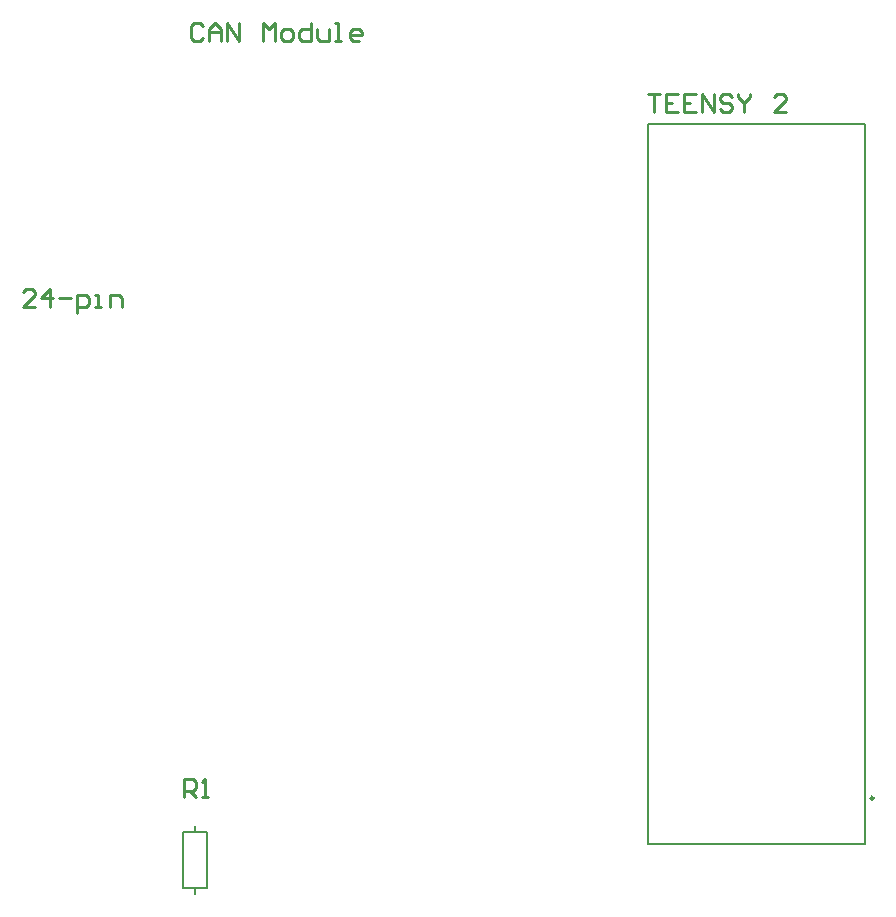
<source format=gbr>
%TF.GenerationSoftware,Altium Limited,Altium Designer,24.4.1 (13)*%
G04 Layer_Color=65535*
%FSLAX45Y45*%
%MOMM*%
%TF.SameCoordinates,D1C9AD75-6FC3-430C-8E8E-54DC3705F24A*%
%TF.FilePolarity,Positive*%
%TF.FileFunction,Legend,Top*%
%TF.Part,Single*%
G01*
G75*
%TA.AperFunction,NonConductor*%
%ADD19C,0.25000*%
%ADD20C,0.20000*%
%ADD21C,0.25400*%
D19*
X10125800Y4982400D02*
G03*
X10125800Y4982400I-12500J0D01*
G01*
D20*
X4381500Y4695200D02*
Y4743700D01*
Y4171700D02*
Y4220200D01*
X4280000D02*
X4483000D01*
Y4695200D01*
X4280000D02*
X4483000D01*
X4280000Y4220200D02*
Y4695200D01*
X8212300Y4597400D02*
X10050300D01*
Y10693400D01*
X8212300D02*
X10050300D01*
X8212300Y4597400D02*
Y10693400D01*
D21*
X3025107Y9141460D02*
X2923540D01*
X3025107Y9243027D01*
Y9268419D01*
X2999715Y9293811D01*
X2948932D01*
X2923540Y9268419D01*
X3152066Y9141460D02*
Y9293811D01*
X3075891Y9217635D01*
X3177458D01*
X3228241D02*
X3329809D01*
X3380592Y9090677D02*
Y9243027D01*
X3456768D01*
X3482159Y9217635D01*
Y9166852D01*
X3456768Y9141460D01*
X3380592D01*
X3532943D02*
X3583726D01*
X3558335D01*
Y9243027D01*
X3532943D01*
X3659902Y9141460D02*
Y9243027D01*
X3736077D01*
X3761469Y9217635D01*
Y9141460D01*
X4284980Y4993640D02*
Y5145991D01*
X4361155D01*
X4386547Y5120599D01*
Y5069815D01*
X4361155Y5044423D01*
X4284980D01*
X4335763D02*
X4386547Y4993640D01*
X4437331D02*
X4488114D01*
X4462723D01*
Y5145991D01*
X4437331Y5120599D01*
X8216900Y10942271D02*
X8318467D01*
X8267683D01*
Y10789920D01*
X8470818Y10942271D02*
X8369251D01*
Y10789920D01*
X8470818D01*
X8369251Y10866095D02*
X8420034D01*
X8623169Y10942271D02*
X8521601D01*
Y10789920D01*
X8623169D01*
X8521601Y10866095D02*
X8572385D01*
X8673952Y10789920D02*
Y10942271D01*
X8775519Y10789920D01*
Y10942271D01*
X8927870Y10916879D02*
X8902478Y10942271D01*
X8851695D01*
X8826303Y10916879D01*
Y10891487D01*
X8851695Y10866095D01*
X8902478D01*
X8927870Y10840703D01*
Y10815312D01*
X8902478Y10789920D01*
X8851695D01*
X8826303Y10815312D01*
X8978654Y10942271D02*
Y10916879D01*
X9029437Y10866095D01*
X9080221Y10916879D01*
Y10942271D01*
X9029437Y10866095D02*
Y10789920D01*
X9384922D02*
X9283355D01*
X9384922Y10891487D01*
Y10916879D01*
X9359530Y10942271D01*
X9308747D01*
X9283355Y10916879D01*
X4447507Y11521399D02*
X4422115Y11546791D01*
X4371332D01*
X4345940Y11521399D01*
Y11419832D01*
X4371332Y11394440D01*
X4422115D01*
X4447507Y11419832D01*
X4498291Y11394440D02*
Y11496007D01*
X4549074Y11546791D01*
X4599858Y11496007D01*
Y11394440D01*
Y11470615D01*
X4498291D01*
X4650641Y11394440D02*
Y11546791D01*
X4752209Y11394440D01*
Y11546791D01*
X4955343Y11394440D02*
Y11546791D01*
X5006126Y11496007D01*
X5056910Y11546791D01*
Y11394440D01*
X5133085D02*
X5183869D01*
X5209261Y11419832D01*
Y11470615D01*
X5183869Y11496007D01*
X5133085D01*
X5107694Y11470615D01*
Y11419832D01*
X5133085Y11394440D01*
X5361612Y11546791D02*
Y11394440D01*
X5285436D01*
X5260044Y11419832D01*
Y11470615D01*
X5285436Y11496007D01*
X5361612D01*
X5412395D02*
Y11419832D01*
X5437787Y11394440D01*
X5513962D01*
Y11496007D01*
X5564746Y11394440D02*
X5615529D01*
X5590138D01*
Y11546791D01*
X5564746D01*
X5767880Y11394440D02*
X5717097D01*
X5691705Y11419832D01*
Y11470615D01*
X5717097Y11496007D01*
X5767880D01*
X5793272Y11470615D01*
Y11445223D01*
X5691705D01*
%TF.MD5,9cc1d2dfa42a33b6f2913afce1ead34d*%
M02*

</source>
